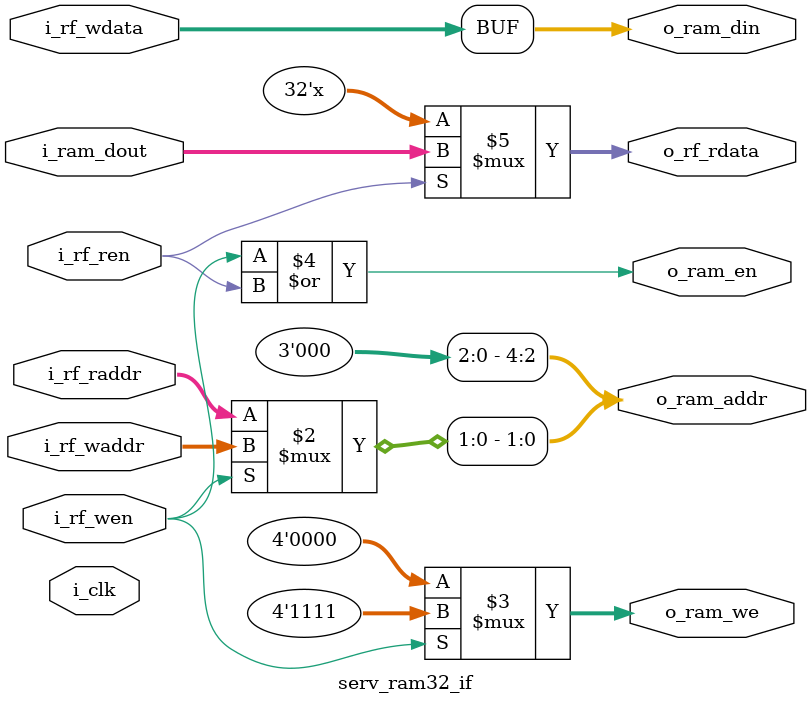
<source format=sv>

`default_nettype none

module serv_ram32_if
  #(    
    parameter	    rf_width = 32,
    parameter	    rf_l2d = $clog2(32/rf_width))
  (
   input wire                 i_clk,
   
   // SERV RF SRAM Interface (32-bit)
   input wire [rf_l2d-1:0]    i_rf_waddr,
   input wire [31:0]          i_rf_wdata,
   input wire                 i_rf_wen,
   input wire [rf_l2d-1:0]    i_rf_raddr,
   output reg [31:0]          o_rf_rdata,
   input wire                 i_rf_ren,
   
   // RAM32 Interface (32-bit operations)
   output wire [4:0]          o_ram_addr,
   output wire [31:0]         o_ram_din,
   output wire [3:0]          o_ram_we,
   output wire                o_ram_en,
   input wire [31:0]          i_ram_dout
);
  
  // Read logic: Direct 32-bit passthrough
  always_comb begin
    if (i_rf_ren) 
      o_rf_rdata <= i_ram_dout;  
  end
  
  // RAM32 control - full 32-bit operations
  assign o_ram_addr = i_rf_wen ? i_rf_waddr : i_rf_raddr;
  assign o_ram_din = i_rf_wdata;
  assign o_ram_we = i_rf_wen ? 4'b1111 : 4'b0000;
  assign o_ram_en = i_rf_wen | i_rf_ren;

endmodule

`default_nettype wire
</source>
